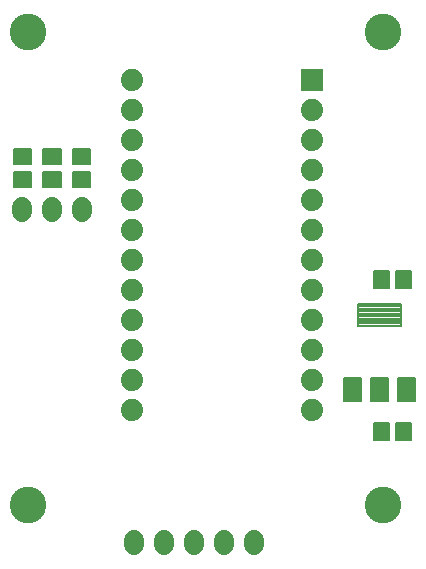
<source format=gts>
G75*
%MOIN*%
%OFA0B0*%
%FSLAX25Y25*%
%IPPOS*%
%LPD*%
%AMOC8*
5,1,8,0,0,1.08239X$1,22.5*
%
%ADD10C,0.12211*%
%ADD11C,0.07400*%
%ADD12R,0.07400X0.07400*%
%ADD13C,0.00552*%
%ADD14C,0.06800*%
%ADD15C,0.00631*%
%ADD16C,0.00827*%
D10*
X0063146Y0041170D03*
X0181257Y0041170D03*
X0181257Y0198650D03*
X0063146Y0198650D03*
D11*
X0097635Y0182666D03*
X0097635Y0172666D03*
X0097635Y0162666D03*
X0097635Y0152666D03*
X0097635Y0142666D03*
X0097635Y0132666D03*
X0097635Y0122666D03*
X0097635Y0112666D03*
X0097635Y0102666D03*
X0097635Y0092666D03*
X0097635Y0082666D03*
X0097635Y0072666D03*
X0157635Y0072666D03*
X0157635Y0082666D03*
X0157635Y0092666D03*
X0157635Y0102666D03*
X0157635Y0112666D03*
X0157635Y0122666D03*
X0157635Y0132666D03*
X0157635Y0142666D03*
X0157635Y0152666D03*
X0157635Y0162666D03*
X0157635Y0172666D03*
D12*
X0157635Y0182666D03*
D13*
X0178340Y0113411D02*
X0183306Y0113411D01*
X0178340Y0113411D02*
X0178340Y0119165D01*
X0183306Y0119165D01*
X0183306Y0113411D01*
X0183306Y0113962D02*
X0178340Y0113962D01*
X0178340Y0114513D02*
X0183306Y0114513D01*
X0183306Y0115064D02*
X0178340Y0115064D01*
X0178340Y0115615D02*
X0183306Y0115615D01*
X0183306Y0116166D02*
X0178340Y0116166D01*
X0178340Y0116717D02*
X0183306Y0116717D01*
X0183306Y0117268D02*
X0178340Y0117268D01*
X0178340Y0117819D02*
X0183306Y0117819D01*
X0183306Y0118370D02*
X0178340Y0118370D01*
X0178340Y0118921D02*
X0183306Y0118921D01*
X0185821Y0113411D02*
X0190787Y0113411D01*
X0185821Y0113411D02*
X0185821Y0119165D01*
X0190787Y0119165D01*
X0190787Y0113411D01*
X0190787Y0113962D02*
X0185821Y0113962D01*
X0185821Y0114513D02*
X0190787Y0114513D01*
X0190787Y0115064D02*
X0185821Y0115064D01*
X0185821Y0115615D02*
X0190787Y0115615D01*
X0190787Y0116166D02*
X0185821Y0116166D01*
X0185821Y0116717D02*
X0190787Y0116717D01*
X0190787Y0117268D02*
X0185821Y0117268D01*
X0185821Y0117819D02*
X0190787Y0117819D01*
X0190787Y0118370D02*
X0185821Y0118370D01*
X0185821Y0118921D02*
X0190787Y0118921D01*
X0190787Y0068457D02*
X0185821Y0068457D01*
X0190787Y0068457D02*
X0190787Y0062703D01*
X0185821Y0062703D01*
X0185821Y0068457D01*
X0185821Y0063254D02*
X0190787Y0063254D01*
X0190787Y0063805D02*
X0185821Y0063805D01*
X0185821Y0064356D02*
X0190787Y0064356D01*
X0190787Y0064907D02*
X0185821Y0064907D01*
X0185821Y0065458D02*
X0190787Y0065458D01*
X0190787Y0066009D02*
X0185821Y0066009D01*
X0185821Y0066560D02*
X0190787Y0066560D01*
X0190787Y0067111D02*
X0185821Y0067111D01*
X0185821Y0067662D02*
X0190787Y0067662D01*
X0190787Y0068213D02*
X0185821Y0068213D01*
X0183306Y0068457D02*
X0178340Y0068457D01*
X0183306Y0068457D02*
X0183306Y0062703D01*
X0178340Y0062703D01*
X0178340Y0068457D01*
X0178340Y0063254D02*
X0183306Y0063254D01*
X0183306Y0063805D02*
X0178340Y0063805D01*
X0178340Y0064356D02*
X0183306Y0064356D01*
X0183306Y0064907D02*
X0178340Y0064907D01*
X0178340Y0065458D02*
X0183306Y0065458D01*
X0183306Y0066009D02*
X0178340Y0066009D01*
X0178340Y0066560D02*
X0183306Y0066560D01*
X0183306Y0067111D02*
X0178340Y0067111D01*
X0178340Y0067662D02*
X0183306Y0067662D01*
X0183306Y0068213D02*
X0178340Y0068213D01*
X0083740Y0147152D02*
X0083740Y0152118D01*
X0083740Y0147152D02*
X0077986Y0147152D01*
X0077986Y0152118D01*
X0083740Y0152118D01*
X0083740Y0147703D02*
X0077986Y0147703D01*
X0077986Y0148254D02*
X0083740Y0148254D01*
X0083740Y0148805D02*
X0077986Y0148805D01*
X0077986Y0149356D02*
X0083740Y0149356D01*
X0083740Y0149907D02*
X0077986Y0149907D01*
X0077986Y0150458D02*
X0083740Y0150458D01*
X0083740Y0151009D02*
X0077986Y0151009D01*
X0077986Y0151560D02*
X0083740Y0151560D01*
X0083740Y0152111D02*
X0077986Y0152111D01*
X0083740Y0154632D02*
X0083740Y0159598D01*
X0083740Y0154632D02*
X0077986Y0154632D01*
X0077986Y0159598D01*
X0083740Y0159598D01*
X0083740Y0155183D02*
X0077986Y0155183D01*
X0077986Y0155734D02*
X0083740Y0155734D01*
X0083740Y0156285D02*
X0077986Y0156285D01*
X0077986Y0156836D02*
X0083740Y0156836D01*
X0083740Y0157387D02*
X0077986Y0157387D01*
X0077986Y0157938D02*
X0083740Y0157938D01*
X0083740Y0158489D02*
X0077986Y0158489D01*
X0077986Y0159040D02*
X0083740Y0159040D01*
X0083740Y0159591D02*
X0077986Y0159591D01*
X0073897Y0159598D02*
X0073897Y0154632D01*
X0068143Y0154632D01*
X0068143Y0159598D01*
X0073897Y0159598D01*
X0073897Y0155183D02*
X0068143Y0155183D01*
X0068143Y0155734D02*
X0073897Y0155734D01*
X0073897Y0156285D02*
X0068143Y0156285D01*
X0068143Y0156836D02*
X0073897Y0156836D01*
X0073897Y0157387D02*
X0068143Y0157387D01*
X0068143Y0157938D02*
X0073897Y0157938D01*
X0073897Y0158489D02*
X0068143Y0158489D01*
X0068143Y0159040D02*
X0073897Y0159040D01*
X0073897Y0159591D02*
X0068143Y0159591D01*
X0064055Y0159598D02*
X0064055Y0154632D01*
X0058301Y0154632D01*
X0058301Y0159598D01*
X0064055Y0159598D01*
X0064055Y0155183D02*
X0058301Y0155183D01*
X0058301Y0155734D02*
X0064055Y0155734D01*
X0064055Y0156285D02*
X0058301Y0156285D01*
X0058301Y0156836D02*
X0064055Y0156836D01*
X0064055Y0157387D02*
X0058301Y0157387D01*
X0058301Y0157938D02*
X0064055Y0157938D01*
X0064055Y0158489D02*
X0058301Y0158489D01*
X0058301Y0159040D02*
X0064055Y0159040D01*
X0064055Y0159591D02*
X0058301Y0159591D01*
X0064055Y0152118D02*
X0064055Y0147152D01*
X0058301Y0147152D01*
X0058301Y0152118D01*
X0064055Y0152118D01*
X0064055Y0147703D02*
X0058301Y0147703D01*
X0058301Y0148254D02*
X0064055Y0148254D01*
X0064055Y0148805D02*
X0058301Y0148805D01*
X0058301Y0149356D02*
X0064055Y0149356D01*
X0064055Y0149907D02*
X0058301Y0149907D01*
X0058301Y0150458D02*
X0064055Y0150458D01*
X0064055Y0151009D02*
X0058301Y0151009D01*
X0058301Y0151560D02*
X0064055Y0151560D01*
X0064055Y0152111D02*
X0058301Y0152111D01*
X0073897Y0152118D02*
X0073897Y0147152D01*
X0068143Y0147152D01*
X0068143Y0152118D01*
X0073897Y0152118D01*
X0073897Y0147703D02*
X0068143Y0147703D01*
X0068143Y0148254D02*
X0073897Y0148254D01*
X0073897Y0148805D02*
X0068143Y0148805D01*
X0068143Y0149356D02*
X0073897Y0149356D01*
X0073897Y0149907D02*
X0068143Y0149907D01*
X0068143Y0150458D02*
X0073897Y0150458D01*
X0073897Y0151009D02*
X0068143Y0151009D01*
X0068143Y0151560D02*
X0073897Y0151560D01*
X0073897Y0152111D02*
X0068143Y0152111D01*
D14*
X0071020Y0140395D02*
X0071020Y0138795D01*
X0061020Y0138795D02*
X0061020Y0140395D01*
X0081020Y0140395D02*
X0081020Y0138795D01*
X0098264Y0029214D02*
X0098264Y0027614D01*
X0108264Y0027614D02*
X0108264Y0029214D01*
X0118264Y0029214D02*
X0118264Y0027614D01*
X0128264Y0027614D02*
X0128264Y0029214D01*
X0138264Y0029214D02*
X0138264Y0027614D01*
D15*
X0168261Y0075813D02*
X0173937Y0075813D01*
X0168261Y0075813D02*
X0168261Y0083457D01*
X0173937Y0083457D01*
X0173937Y0075813D01*
X0173937Y0076443D02*
X0168261Y0076443D01*
X0168261Y0077073D02*
X0173937Y0077073D01*
X0173937Y0077703D02*
X0168261Y0077703D01*
X0168261Y0078333D02*
X0173937Y0078333D01*
X0173937Y0078963D02*
X0168261Y0078963D01*
X0168261Y0079593D02*
X0173937Y0079593D01*
X0173937Y0080223D02*
X0168261Y0080223D01*
X0168261Y0080853D02*
X0173937Y0080853D01*
X0173937Y0081483D02*
X0168261Y0081483D01*
X0168261Y0082113D02*
X0173937Y0082113D01*
X0173937Y0082743D02*
X0168261Y0082743D01*
X0168261Y0083373D02*
X0173937Y0083373D01*
X0177316Y0075813D02*
X0182992Y0075813D01*
X0177316Y0075813D02*
X0177316Y0083457D01*
X0182992Y0083457D01*
X0182992Y0075813D01*
X0182992Y0076443D02*
X0177316Y0076443D01*
X0177316Y0077073D02*
X0182992Y0077073D01*
X0182992Y0077703D02*
X0177316Y0077703D01*
X0177316Y0078333D02*
X0182992Y0078333D01*
X0182992Y0078963D02*
X0177316Y0078963D01*
X0177316Y0079593D02*
X0182992Y0079593D01*
X0182992Y0080223D02*
X0177316Y0080223D01*
X0177316Y0080853D02*
X0182992Y0080853D01*
X0182992Y0081483D02*
X0177316Y0081483D01*
X0177316Y0082113D02*
X0182992Y0082113D01*
X0182992Y0082743D02*
X0177316Y0082743D01*
X0177316Y0083373D02*
X0182992Y0083373D01*
X0186371Y0075813D02*
X0192047Y0075813D01*
X0186371Y0075813D02*
X0186371Y0083457D01*
X0192047Y0083457D01*
X0192047Y0075813D01*
X0192047Y0076443D02*
X0186371Y0076443D01*
X0186371Y0077073D02*
X0192047Y0077073D01*
X0192047Y0077703D02*
X0186371Y0077703D01*
X0186371Y0078333D02*
X0192047Y0078333D01*
X0192047Y0078963D02*
X0186371Y0078963D01*
X0186371Y0079593D02*
X0192047Y0079593D01*
X0192047Y0080223D02*
X0186371Y0080223D01*
X0186371Y0080853D02*
X0192047Y0080853D01*
X0192047Y0081483D02*
X0186371Y0081483D01*
X0186371Y0082113D02*
X0192047Y0082113D01*
X0192047Y0082743D02*
X0186371Y0082743D01*
X0186371Y0083373D02*
X0192047Y0083373D01*
D16*
X0187421Y0100714D02*
X0172887Y0100714D01*
X0172887Y0108162D01*
X0187421Y0108162D01*
X0187421Y0100714D01*
X0187421Y0101540D02*
X0172887Y0101540D01*
X0172887Y0102366D02*
X0187421Y0102366D01*
X0187421Y0103192D02*
X0172887Y0103192D01*
X0172887Y0104018D02*
X0187421Y0104018D01*
X0187421Y0104844D02*
X0172887Y0104844D01*
X0172887Y0105670D02*
X0187421Y0105670D01*
X0187421Y0106496D02*
X0172887Y0106496D01*
X0172887Y0107322D02*
X0187421Y0107322D01*
X0187421Y0108148D02*
X0172887Y0108148D01*
M02*

</source>
